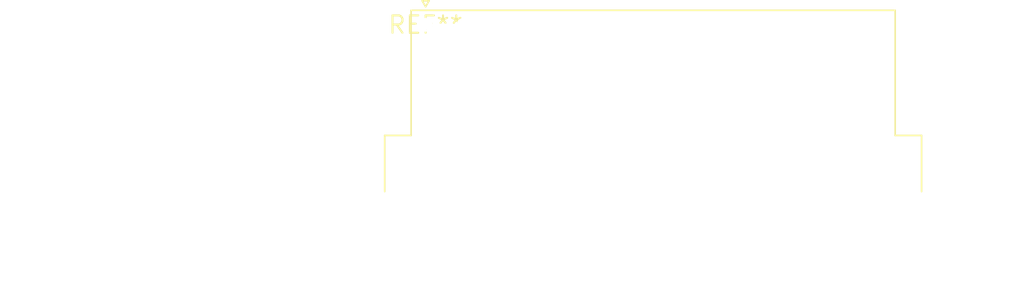
<source format=kicad_pcb>
(kicad_pcb (version 20240108) (generator pcbnew)
  (layers (0 "F.Cu" signal) (31 "B.Cu" signal) (34 "B.Paste" user) (35 "F.Paste" user) (36 "B.SilkS" user "B.Silkscreen") (37 "F.SilkS" user "F.Silkscreen") (38 "B.Mask" user) (39 "F.Mask" user) (44 "Edge.Cuts" user))
  (net 0 "")
  (footprint "DSUB-25_Male_Horizontal_P2.77x2.84mm_EdgePinOffset9.40mm" (layer "F.Cu") (at 0 0)
    (property "Reference" "REF**")
    (property "Value" "DSUB-25_Male_Horizontal_P2.77x2.84mm_EdgePinOffset9.40mm")
    (fp_line (start -2.99 8.08) (end -1.06 8.08) (layer "F.SilkS") (stroke (width 0.12)))
    (fp_line (start -2.99 12.18) (end -2.99 8.08) (layer "F.SilkS") (stroke (width 0.12)))
    (fp_line (start -1.06 -1.06) (end 34.3 -1.06) (layer "F.SilkS") (stroke (width 0.12)))
    (fp_line (start -1.06 8.08) (end -1.06 -1.06) (layer "F.SilkS") (stroke (width 0.12)))
    (fp_line (start -0.25 -1.754338) (end 0.25 -1.754338) (layer "F.SilkS") (stroke (width 0.12)))
    (fp_line (start 0 -1.321325) (end -0.25 -1.754338) (layer "F.SilkS") (stroke (width 0.12)))
    (fp_line (start 0.25 -1.754338) (end 0 -1.321325) (layer "F.SilkS") (stroke (width 0.12)))
    (fp_line (start 34.3 -1.06) (end 34.3 8.08) (layer "F.SilkS") (stroke (width 0.12)))
    (fp_line (start 34.3 8.08) (end 36.23 8.08) (layer "F.SilkS") (stroke (width 0.12)))
    (fp_line (start 36.23 8.08) (end 36.23 12.18) (layer "F.SilkS") (stroke (width 0.12)))
    (pad "1" thru_hole rect (at 0 0) (size 1.6 1.6) (drill 1) (layers *.Cu *.Mask) (remove_unused_layers))
    (pad "2" thru_hole circle (at 2.77 0) (size 1.6 1.6) (drill 1) (layers *.Cu *.Mask) (remove_unused_layers))
    (pad "3" thru_hole circle (at 5.54 0) (size 1.6 1.6) (drill 1) (layers *.Cu *.Mask) (remove_unused_layers))
    (pad "4" thru_hole circle (at 8.31 0) (size 1.6 1.6) (drill 1) (layers *.Cu *.Mask) (remove_unused_layers))
    (pad "5" thru_hole circle (at 11.08 0) (size 1.6 1.6) (drill 1) (layers *.Cu *.Mask) (remove_unused_layers))
    (pad "6" thru_hole circle (at 13.85 0) (size 1.6 1.6) (drill 1) (layers *.Cu *.Mask) (remove_unused_layers))
    (pad "7" thru_hole circle (at 16.62 0) (size 1.6 1.6) (drill 1) (layers *.Cu *.Mask) (remove_unused_layers))
    (pad "8" thru_hole circle (at 19.39 0) (size 1.6 1.6) (drill 1) (layers *.Cu *.Mask) (remove_unused_layers))
    (pad "9" thru_hole circle (at 22.16 0) (size 1.6 1.6) (drill 1) (layers *.Cu *.Mask) (remove_unused_layers))
    (pad "10" thru_hole circle (at 24.93 0) (size 1.6 1.6) (drill 1) (layers *.Cu *.Mask) (remove_unused_layers))
    (pad "11" thru_hole circle (at 27.7 0) (size 1.6 1.6) (drill 1) (layers *.Cu *.Mask) (remove_unused_layers))
    (pad "12" thru_hole circle (at 30.47 0) (size 1.6 1.6) (drill 1) (layers *.Cu *.Mask) (remove_unused_layers))
    (pad "13" thru_hole circle (at 33.24 0) (size 1.6 1.6) (drill 1) (layers *.Cu *.Mask) (remove_unused_layers))
    (pad "14" thru_hole circle (at 1.385 2.84) (size 1.6 1.6) (drill 1) (layers *.Cu *.Mask) (remove_unused_layers))
    (pad "15" thru_hole circle (at 4.155 2.84) (size 1.6 1.6) (drill 1) (layers *.Cu *.Mask) (remove_unused_layers))
    (pad "16" thru_hole circle (at 6.925 2.84) (size 1.6 1.6) (drill 1) (layers *.Cu *.Mask) (remove_unused_layers))
    (pad "17" thru_hole circle (at 9.695 2.84) (size 1.6 1.6) (drill 1) (layers *.Cu *.Mask) (remove_unused_layers))
    (pad "18" thru_hole circle (at 12.465 2.84) (size 1.6 1.6) (drill 1) (layers *.Cu *.Mask) (remove_unused_layers))
    (pad "19" thru_hole circle (at 15.235 2.84) (size 1.6 1.6) (drill 1) (layers *.Cu *.Mask) (remove_unused_layers))
    (pad "20" thru_hole circle (at 18.005 2.84) (size 1.6 1.6) (drill 1) (layers *.Cu *.Mask) (remove_unused_layers))
    (pad "21" thru_hole circle (at 20.775 2.84) (size 1.6 1.6) (drill 1) (layers *.Cu *.Mask) (remove_unused_layers))
    (pad "22" thru_hole circle (at 23.545 2.84) (size 1.6 1.6) (drill 1) (layers *.Cu *.Mask) (remove_unused_layers))
    (pad "23" thru_hole circle (at 26.315 2.84) (size 1.6 1.6) (drill 1) (layers *.Cu *.Mask) (remove_unused_layers))
    (pad "24" thru_hole circle (at 29.085 2.84) (size 1.6 1.6) (drill 1) (layers *.Cu *.Mask) (remove_unused_layers))
    (pad "25" thru_hole circle (at 31.855 2.84) (size 1.6 1.6) (drill 1) (layers *.Cu *.Mask) (remove_unused_layers))
  )
)
</source>
